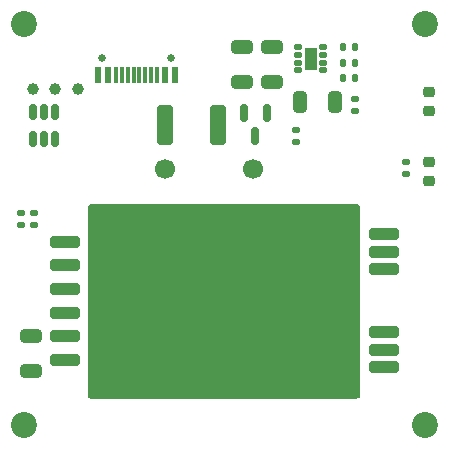
<source format=gbr>
%TF.GenerationSoftware,KiCad,Pcbnew,8.0.5*%
%TF.CreationDate,2024-12-24T21:51:09+03:00*%
%TF.ProjectId,BLR8812AF1 baseboard,424c5238-3831-4324-9146-312062617365,rev?*%
%TF.SameCoordinates,Original*%
%TF.FileFunction,Soldermask,Top*%
%TF.FilePolarity,Negative*%
%FSLAX46Y46*%
G04 Gerber Fmt 4.6, Leading zero omitted, Abs format (unit mm)*
G04 Created by KiCad (PCBNEW 8.0.5) date 2024-12-24 21:51:09*
%MOMM*%
%LPD*%
G01*
G04 APERTURE LIST*
G04 Aperture macros list*
%AMRoundRect*
0 Rectangle with rounded corners*
0 $1 Rounding radius*
0 $2 $3 $4 $5 $6 $7 $8 $9 X,Y pos of 4 corners*
0 Add a 4 corners polygon primitive as box body*
4,1,4,$2,$3,$4,$5,$6,$7,$8,$9,$2,$3,0*
0 Add four circle primitives for the rounded corners*
1,1,$1+$1,$2,$3*
1,1,$1+$1,$4,$5*
1,1,$1+$1,$6,$7*
1,1,$1+$1,$8,$9*
0 Add four rect primitives between the rounded corners*
20,1,$1+$1,$2,$3,$4,$5,0*
20,1,$1+$1,$4,$5,$6,$7,0*
20,1,$1+$1,$6,$7,$8,$9,0*
20,1,$1+$1,$8,$9,$2,$3,0*%
G04 Aperture macros list end*
%ADD10RoundRect,0.250000X-0.650000X0.325000X-0.650000X-0.325000X0.650000X-0.325000X0.650000X0.325000X0*%
%ADD11RoundRect,0.125000X-0.187500X-0.125000X0.187500X-0.125000X0.187500X0.125000X-0.187500X0.125000X0*%
%ADD12R,1.100000X1.900000*%
%ADD13C,1.000000*%
%ADD14C,2.200000*%
%ADD15RoundRect,0.140000X-0.140000X-0.170000X0.140000X-0.170000X0.140000X0.170000X-0.140000X0.170000X0*%
%ADD16RoundRect,0.135000X-0.185000X0.135000X-0.185000X-0.135000X0.185000X-0.135000X0.185000X0.135000X0*%
%ADD17RoundRect,0.218750X-0.256250X0.218750X-0.256250X-0.218750X0.256250X-0.218750X0.256250X0.218750X0*%
%ADD18RoundRect,0.250000X-1.000000X-0.250000X1.000000X-0.250000X1.000000X0.250000X-1.000000X0.250000X0*%
%ADD19RoundRect,0.250000X0.325000X0.650000X-0.325000X0.650000X-0.325000X-0.650000X0.325000X-0.650000X0*%
%ADD20RoundRect,0.135000X-0.135000X-0.185000X0.135000X-0.185000X0.135000X0.185000X-0.135000X0.185000X0*%
%ADD21RoundRect,0.250000X-0.400000X-1.450000X0.400000X-1.450000X0.400000X1.450000X-0.400000X1.450000X0*%
%ADD22RoundRect,0.135000X0.185000X-0.135000X0.185000X0.135000X-0.185000X0.135000X-0.185000X-0.135000X0*%
%ADD23C,1.700000*%
%ADD24RoundRect,0.150000X-0.150000X0.587500X-0.150000X-0.587500X0.150000X-0.587500X0.150000X0.587500X0*%
%ADD25C,0.650000*%
%ADD26R,0.600000X1.450000*%
%ADD27R,0.300000X1.450000*%
%ADD28RoundRect,0.218750X0.256250X-0.218750X0.256250X0.218750X-0.256250X0.218750X-0.256250X-0.218750X0*%
%ADD29RoundRect,0.135000X0.135000X0.185000X-0.135000X0.185000X-0.135000X-0.185000X0.135000X-0.185000X0*%
%ADD30RoundRect,0.150000X-0.150000X0.512500X-0.150000X-0.512500X0.150000X-0.512500X0.150000X0.512500X0*%
G04 APERTURE END LIST*
D10*
%TO.C,C1*%
X53287600Y-54913800D03*
X53287600Y-57863800D03*
%TD*%
D11*
%TO.C,U3*%
X75871000Y-30466000D03*
X75871000Y-31116000D03*
X75871000Y-31766000D03*
X75871000Y-32416000D03*
X77996000Y-32416000D03*
X77996000Y-31766000D03*
X77996000Y-31116000D03*
X77996000Y-30466000D03*
D12*
X76933500Y-31441000D03*
%TD*%
D13*
%TO.C,X3*%
X53426000Y-34011400D03*
%TD*%
D14*
%TO.C,MH2*%
X52646000Y-28466000D03*
%TD*%
D15*
%TO.C,C5*%
X79703500Y-30466000D03*
X80663500Y-30466000D03*
%TD*%
D16*
%TO.C,R1*%
X53516200Y-44448800D03*
X53516200Y-45468800D03*
%TD*%
D14*
%TO.C,MH3*%
X86646000Y-28466000D03*
%TD*%
D16*
%TO.C,R2*%
X52456200Y-44448800D03*
X52456200Y-45468800D03*
%TD*%
D17*
%TO.C,D2*%
X86946000Y-34281000D03*
X86946000Y-35856000D03*
%TD*%
D10*
%TO.C,C3*%
X73671000Y-30466000D03*
X73671000Y-33416000D03*
%TD*%
D18*
%TO.C,U1*%
X56146000Y-56916000D03*
X56146000Y-54916000D03*
X56146000Y-52916000D03*
X56146000Y-50916000D03*
X56146000Y-48916000D03*
X56146000Y-46916000D03*
X83146000Y-46266000D03*
X83146000Y-47766000D03*
X83146000Y-49266000D03*
X83146000Y-54566000D03*
X83146000Y-56066000D03*
X83146000Y-57566000D03*
%TD*%
D19*
%TO.C,C4*%
X78996000Y-35116000D03*
X76046000Y-35116000D03*
%TD*%
D14*
%TO.C,MH4*%
X86646000Y-62466000D03*
%TD*%
D20*
%TO.C,R4*%
X79693500Y-33041000D03*
X80713500Y-33041000D03*
%TD*%
D16*
%TO.C,R3*%
X85046000Y-40178500D03*
X85046000Y-41198500D03*
%TD*%
D21*
%TO.C,F1*%
X64646000Y-37016000D03*
X69096000Y-37016000D03*
%TD*%
D22*
%TO.C,R6*%
X75690400Y-38496000D03*
X75690400Y-37476000D03*
%TD*%
D10*
%TO.C,C2*%
X71096000Y-30466000D03*
X71096000Y-33416000D03*
%TD*%
D13*
%TO.C,X2*%
X55326000Y-34011400D03*
%TD*%
D23*
%TO.C,X4*%
X64646000Y-40766000D03*
%TD*%
D24*
%TO.C,Q1*%
X73206000Y-36058500D03*
X71306000Y-36058500D03*
X72256000Y-37933500D03*
%TD*%
D25*
%TO.C,X1*%
X65086000Y-31331000D03*
X59306000Y-31331000D03*
D26*
X65421000Y-32776000D03*
X64646000Y-32776000D03*
D27*
X63446000Y-32776000D03*
X62446000Y-32776000D03*
X61946000Y-32776000D03*
X60946000Y-32776000D03*
D26*
X58971000Y-32776000D03*
X59746000Y-32776000D03*
D27*
X60446000Y-32776000D03*
X61446000Y-32776000D03*
X62946000Y-32776000D03*
X63946000Y-32776000D03*
%TD*%
D28*
%TO.C,D1*%
X86946000Y-41753500D03*
X86946000Y-40178500D03*
%TD*%
D14*
%TO.C,MH1*%
X52646000Y-62466000D03*
%TD*%
D29*
%TO.C,R7*%
X80713500Y-31766000D03*
X79693500Y-31766000D03*
%TD*%
D13*
%TO.C,X5*%
X57226000Y-34011400D03*
%TD*%
D23*
%TO.C,X6*%
X72046000Y-40766000D03*
%TD*%
D30*
%TO.C,U2*%
X55329800Y-35941800D03*
X54379800Y-35941800D03*
X53429800Y-35941800D03*
X53429800Y-38216800D03*
X54379800Y-38216800D03*
X55329800Y-38216800D03*
%TD*%
D22*
%TO.C,R5*%
X80713500Y-35856000D03*
X80713500Y-34836000D03*
%TD*%
G36*
X80821336Y-43716942D02*
G01*
X80921843Y-43736934D01*
X80939507Y-43744250D01*
X81020627Y-43798453D01*
X81034146Y-43811972D01*
X81088349Y-43893092D01*
X81095665Y-43910755D01*
X81115658Y-44011263D01*
X81116600Y-44020823D01*
X81116600Y-59911176D01*
X81115658Y-59920736D01*
X81095665Y-60021244D01*
X81088349Y-60038907D01*
X81034146Y-60120027D01*
X81020627Y-60133546D01*
X80939507Y-60187749D01*
X80921844Y-60195065D01*
X80821337Y-60215058D01*
X80811777Y-60216000D01*
X58379423Y-60216000D01*
X58369863Y-60215058D01*
X58269355Y-60195065D01*
X58251692Y-60187749D01*
X58170572Y-60133546D01*
X58157053Y-60120027D01*
X58102850Y-60038907D01*
X58095533Y-60021243D01*
X58075541Y-59920735D01*
X58074600Y-59911176D01*
X58074600Y-44020823D01*
X58075541Y-44011264D01*
X58095533Y-43910756D01*
X58102850Y-43893092D01*
X58157053Y-43811972D01*
X58170572Y-43798453D01*
X58251692Y-43744250D01*
X58269356Y-43736933D01*
X58369864Y-43716941D01*
X58379423Y-43716000D01*
X80811777Y-43716000D01*
X80821336Y-43716942D01*
G37*
M02*

</source>
